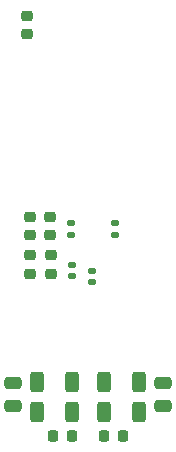
<source format=gbp>
%TF.GenerationSoftware,KiCad,Pcbnew,7.0.1-3b83917a11~171~ubuntu22.04.1*%
%TF.CreationDate,2023-04-15T23:20:08+01:00*%
%TF.ProjectId,spe_dongle,7370655f-646f-46e6-976c-652e6b696361,1.0*%
%TF.SameCoordinates,Original*%
%TF.FileFunction,Paste,Bot*%
%TF.FilePolarity,Positive*%
%FSLAX46Y46*%
G04 Gerber Fmt 4.6, Leading zero omitted, Abs format (unit mm)*
G04 Created by KiCad (PCBNEW 7.0.1-3b83917a11~171~ubuntu22.04.1) date 2023-04-15 23:20:08*
%MOMM*%
%LPD*%
G01*
G04 APERTURE LIST*
G04 Aperture macros list*
%AMRoundRect*
0 Rectangle with rounded corners*
0 $1 Rounding radius*
0 $2 $3 $4 $5 $6 $7 $8 $9 X,Y pos of 4 corners*
0 Add a 4 corners polygon primitive as box body*
4,1,4,$2,$3,$4,$5,$6,$7,$8,$9,$2,$3,0*
0 Add four circle primitives for the rounded corners*
1,1,$1+$1,$2,$3*
1,1,$1+$1,$4,$5*
1,1,$1+$1,$6,$7*
1,1,$1+$1,$8,$9*
0 Add four rect primitives between the rounded corners*
20,1,$1+$1,$2,$3,$4,$5,0*
20,1,$1+$1,$4,$5,$6,$7,0*
20,1,$1+$1,$6,$7,$8,$9,0*
20,1,$1+$1,$8,$9,$2,$3,0*%
G04 Aperture macros list end*
%ADD10RoundRect,0.140000X0.170000X-0.140000X0.170000X0.140000X-0.170000X0.140000X-0.170000X-0.140000X0*%
%ADD11RoundRect,0.225000X0.250000X-0.225000X0.250000X0.225000X-0.250000X0.225000X-0.250000X-0.225000X0*%
%ADD12RoundRect,0.250000X-0.475000X0.250000X-0.475000X-0.250000X0.475000X-0.250000X0.475000X0.250000X0*%
%ADD13RoundRect,0.218750X0.256250X-0.218750X0.256250X0.218750X-0.256250X0.218750X-0.256250X-0.218750X0*%
%ADD14RoundRect,0.250000X-0.312500X-0.625000X0.312500X-0.625000X0.312500X0.625000X-0.312500X0.625000X0*%
%ADD15RoundRect,0.250000X0.312500X0.625000X-0.312500X0.625000X-0.312500X-0.625000X0.312500X-0.625000X0*%
%ADD16RoundRect,0.218750X0.218750X0.256250X-0.218750X0.256250X-0.218750X-0.256250X0.218750X-0.256250X0*%
%ADD17RoundRect,0.218750X-0.256250X0.218750X-0.256250X-0.218750X0.256250X-0.218750X0.256250X0.218750X0*%
%ADD18RoundRect,0.218750X-0.218750X-0.256250X0.218750X-0.256250X0.218750X0.256250X-0.218750X0.256250X0*%
G04 APERTURE END LIST*
D10*
X148500000Y-100750000D03*
X148500000Y-99790000D03*
D11*
X146830000Y-104025000D03*
X146830000Y-102475000D03*
D12*
X143580000Y-113300000D03*
X143580000Y-115200000D03*
D13*
X145080000Y-100787500D03*
X145080000Y-99212500D03*
D14*
X151330000Y-113250000D03*
X154255000Y-113250000D03*
D15*
X148580000Y-115750000D03*
X145655000Y-115750000D03*
D11*
X144750000Y-83775000D03*
X144750000Y-82225000D03*
D10*
X148580000Y-104230000D03*
X148580000Y-103270000D03*
D12*
X156330000Y-113300000D03*
X156330000Y-115200000D03*
D11*
X146750000Y-100775000D03*
X146750000Y-99225000D03*
D10*
X152250000Y-100730000D03*
X152250000Y-99770000D03*
D16*
X152905000Y-117750000D03*
X151330000Y-117750000D03*
D17*
X145080000Y-102462500D03*
X145080000Y-104037500D03*
D18*
X147005000Y-117750000D03*
X148580000Y-117750000D03*
D14*
X151330000Y-115750000D03*
X154255000Y-115750000D03*
D10*
X150330000Y-104730000D03*
X150330000Y-103770000D03*
D15*
X148580000Y-113250000D03*
X145655000Y-113250000D03*
M02*

</source>
